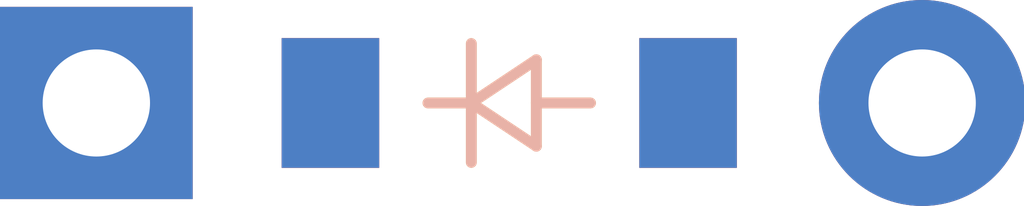
<source format=kicad_pcb>


(kicad_pcb (version 20171130) (host pcbnew 5.1.6)

  (page A3)
  (title_block
    (title "pcb")
    (rev "v9.9")
    (company "Ergogen Tests")
  )

  (general
    (thickness 1.6)
  )

  (layers
    (0 F.Cu signal)
    (31 B.Cu signal)
    (32 B.Adhes user)
    (33 F.Adhes user)
    (34 B.Paste user)
    (35 F.Paste user)
    (36 B.SilkS user)
    (37 F.SilkS user)
    (38 B.Mask user)
    (39 F.Mask user)
    (40 Dwgs.User user)
    (41 Cmts.User user)
    (42 Eco1.User user)
    (43 Eco2.User user)
    (44 Edge.Cuts user)
    (45 Margin user)
    (46 B.CrtYd user)
    (47 F.CrtYd user)
    (48 B.Fab user)
    (49 F.Fab user)
  )

  (setup
    (last_trace_width 0.25)
    (trace_clearance 0.2)
    (zone_clearance 0.508)
    (zone_45_only no)
    (trace_min 0.2)
    (via_size 0.8)
    (via_drill 0.4)
    (via_min_size 0.4)
    (via_min_drill 0.3)
    (uvia_size 0.3)
    (uvia_drill 0.1)
    (uvias_allowed no)
    (uvia_min_size 0.2)
    (uvia_min_drill 0.1)
    (edge_width 0.05)
    (segment_width 0.2)
    (pcb_text_width 0.3)
    (pcb_text_size 1.5 1.5)
    (mod_edge_width 0.12)
    (mod_text_size 1 1)
    (mod_text_width 0.15)
    (pad_size 1.524 1.524)
    (pad_drill 0.762)
    (pad_to_mask_clearance 0.05)
    (aux_axis_origin 0 0)
    (visible_elements FFFFFF7F)
    (pcbplotparams
      (layerselection 0x010fc_ffffffff)
      (usegerberextensions false)
      (usegerberattributes true)
      (usegerberadvancedattributes true)
      (creategerberjobfile true)
      (excludeedgelayer true)
      (linewidth 0.100000)
      (plotframeref false)
      (viasonmask false)
      (mode 1)
      (useauxorigin false)
      (hpglpennumber 1)
      (hpglpenspeed 20)
      (hpglpendiameter 15.000000)
      (psnegative false)
      (psa4output false)
      (plotreference true)
      (plotvalue true)
      (plotinvisibletext false)
      (padsonsilk false)
      (subtractmaskfromsilk false)
      (outputformat 1)
      (mirror false)
      (drillshape 1)
      (scaleselection 1)
      (outputdirectory ""))
  )

  (net 0 "")
(net 1 "D_TO")
(net 2 "D_FROM")

  (net_class Default "This is the default net class."
    (clearance 0.2)
    (trace_width 0.25)
    (via_dia 0.8)
    (via_drill 0.4)
    (uvia_dia 0.3)
    (uvia_drill 0.1)
    (add_net "")
(add_net "D_TO")
(add_net "D_FROM")
  )

  
  
        (module diode (layer F.Cu) (tedit 0)

            (at 0 0 0)

            (fp_text reference "FP1" (at 0 0) (layer F.SilkS) hide (effects (font (size 1.27 1.27) (thickness 0.15))))
            (fp_text value "" (at 0 0) (layer F.SilkS) hide (effects (font (size 1.27 1.27) (thickness 0.15))))

            (fp_line (start 0.25 0) (end 0.75 0) (layer F.SilkS) (width 0.1))
            (fp_line (start 0.25 -0.4) (end -0.35 0) (layer F.SilkS) (width 0.1))
            (fp_line (start 0.25 0.4) (end 0.25 -0.4) (layer F.SilkS) (width 0.1))
            (fp_line (start -0.35 0) (end 0.25 0.4) (layer F.SilkS) (width 0.1))
            (fp_line (start -0.35 0) (end -0.35 -0.55) (layer F.SilkS) (width 0.1))
            (fp_line (start -0.35 0) (end -0.35 0.55) (layer F.SilkS) (width 0.1))
            (fp_line (start -0.75 0) (end -0.35 0) (layer F.SilkS) (width 0.1))
            (fp_line (start 0.25 0) (end 0.75 0) (layer B.SilkS) (width 0.1))
            (fp_line (start 0.25 -0.4) (end -0.35 0) (layer B.SilkS) (width 0.1))
            (fp_line (start 0.25 0.4) (end 0.25 -0.4) (layer B.SilkS) (width 0.1))
            (fp_line (start -0.35 0) (end 0.25 0.4) (layer B.SilkS) (width 0.1))
            (fp_line (start -0.35 0) (end -0.35 -0.55) (layer B.SilkS) (width 0.1))
            (fp_line (start -0.35 0) (end -0.35 0.55) (layer B.SilkS) (width 0.1))
            (fp_line (start -0.75 0) (end -0.35 0) (layer B.SilkS) (width 0.1))
            (pad 1 smd rect (at -1.65 0 0) (size 0.9 1.2) (layers F.Cu F.Paste F.Mask) (net 1 "D_TO"))
            (pad 2 smd rect (at 1.65 0 0) (size 0.9 1.2) (layers B.Cu B.Paste B.Mask) (net 2 "D_FROM"))
            (pad 3 smd rect (at -1.65 0 0) (size 0.9 1.2) (layers B.Cu B.Paste B.Mask) (net 1 "D_TO"))
            (pad 4 smd rect (at 1.65 0 0) (size 0.9 1.2) (layers F.Cu F.Paste F.Mask) (net 2 "D_FROM"))
            (pad 5 thru_hole rect (at -3.81 0 0) (size 1.778 1.778) (drill 0.9906) (layers *.Cu *.Mask) (net 1 "D_TO"))
            (pad 6 thru_hole circle (at 3.81 0 0) (size 1.905 1.905) (drill 0.9906) (layers *.Cu *.Mask) (net 2 "D_FROM"))

        )
  
    
  

)
</source>
